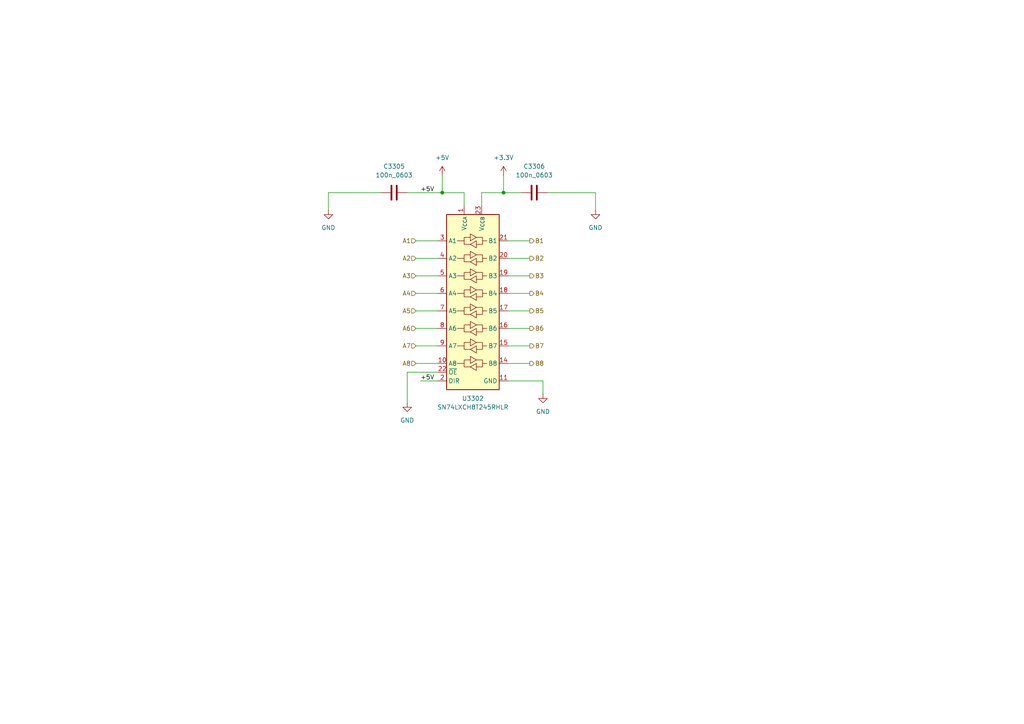
<source format=kicad_sch>
(kicad_sch (version 20250114) (generator "eeschema") (generator_version "9.0")
  (paper "A4")
  (lib_symbols
    (symbol "MYLIB_Misc:SN74LXCH8T245RHLR"
      (property "Reference" "U" (at 0 -29.972 0))
      (property "Value" "SN74LXCH8T245RHLR" (at 0 -27.686 0))
      (symbol "SN74LXCH8T245RHLR_0_1"
        (rectangle (start -7.62 25.4) (end 7.62 -25.4) (stroke (width 0.254)) (fill (type background)))
        (polyline (pts (xy -2.54 17.78) (xy -2.54 18.796) (xy -0.762 18.796)))
        (polyline (pts (xy -2.54 7.62) (xy -2.54 8.636) (xy -0.762 8.636)))
        (polyline (pts (xy -2.54 -2.54) (xy -2.54 -1.524) (xy -0.762 -1.524)))
        (polyline (pts (xy -2.54 -12.7) (xy -2.54 -11.684) (xy -0.762 -11.684)))
        (polyline (pts (xy -0.762 17.78) (xy -0.762 19.812) (xy 1.016 18.796) (xy -0.762 17.78)))
        (polyline (pts (xy -0.762 16.764) (xy -2.54 16.764) (xy -2.54 17.78) (xy -4.572 17.78)))
        (polyline (pts (xy -0.762 7.62) (xy -0.762 9.652) (xy 1.016 8.636) (xy -0.762 7.62)))
        (polyline (pts (xy -0.762 6.604) (xy -2.54 6.604) (xy -2.54 7.62) (xy -4.572 7.62)))
        (polyline (pts (xy -0.762 -2.54) (xy -0.762 -0.508) (xy 1.016 -1.524) (xy -0.762 -2.54)))
        (polyline (pts (xy -0.762 -3.556) (xy -2.54 -3.556) (xy -2.54 -2.54) (xy -4.572 -2.54)))
        (polyline (pts (xy -0.762 -12.7) (xy -0.762 -10.668) (xy 1.016 -11.684) (xy -0.762 -12.7)))
        (polyline (pts (xy -0.762 -13.716) (xy -2.54 -13.716) (xy -2.54 -12.7) (xy -4.572 -12.7)))
        (polyline (pts (xy 1.016 18.796) (xy 2.794 18.796) (xy 2.794 17.78) (xy 4.064 17.78)))
        (polyline (pts (xy 1.016 17.78) (xy 1.016 16.002) (xy 1.016 15.748) (xy -0.762 16.764) (xy 1.016 17.78)))
        (polyline (pts (xy 1.016 8.636) (xy 2.794 8.636) (xy 2.794 7.62) (xy 4.064 7.62)))
        (polyline (pts (xy 1.016 7.62) (xy 1.016 5.842) (xy 1.016 5.588) (xy -0.762 6.604) (xy 1.016 7.62)))
        (polyline (pts (xy 1.016 2.54) (xy 1.016 0.762) (xy 1.016 0.508) (xy -0.762 1.524) (xy 1.016 2.54)))
        (polyline (pts (xy 1.016 -1.524) (xy 2.794 -1.524) (xy 2.794 -2.54) (xy 4.064 -2.54)))
        (polyline (pts (xy 1.016 -2.54) (xy 1.016 -4.318) (xy 1.016 -4.572) (xy -0.762 -3.556) (xy 1.016 -2.54)))
        (polyline (pts (xy 1.016 -11.684) (xy 2.794 -11.684) (xy 2.794 -12.7) (xy 4.064 -12.7)))
        (polyline (pts (xy 1.016 -12.7) (xy 1.016 -14.478) (xy 1.016 -14.732) (xy -0.762 -13.716) (xy 1.016 -12.7)))
        (polyline (pts (xy 1.016 -17.78) (xy 1.016 -19.558) (xy 1.016 -19.812) (xy -0.762 -18.796) (xy 1.016 -17.78)))
        (polyline (pts (xy 2.794 17.78) (xy 2.794 16.764) (xy 1.016 16.764)))
        (polyline (pts (xy 2.794 7.62) (xy 2.794 6.604) (xy 1.016 6.604)))
        (polyline (pts (xy 2.794 -2.54) (xy 2.794 -3.556) (xy 1.016 -3.556)))
        (polyline (pts (xy 2.794 -12.7) (xy 2.794 -13.716) (xy 1.016 -13.716)))
      )
      (symbol "SN74LXCH8T245RHLR_1_1"
        (polyline (pts (xy -2.54 12.7) (xy -2.54 13.716) (xy -0.762 13.716)))
        (polyline (pts (xy -2.54 2.54) (xy -2.54 3.556) (xy -0.762 3.556)))
        (polyline (pts (xy -2.54 -7.62) (xy -2.54 -6.604) (xy -0.762 -6.604)))
        (polyline (pts (xy -2.54 -17.78) (xy -2.54 -16.764) (xy -0.762 -16.764)))
        (polyline (pts (xy -0.762 12.7) (xy -0.762 14.732) (xy 1.016 13.716) (xy -0.762 12.7)))
        (polyline (pts (xy -0.762 11.684) (xy -2.54 11.684) (xy -2.54 12.7) (xy -4.572 12.7)))
        (polyline (pts (xy -0.762 2.54) (xy -0.762 4.572) (xy 1.016 3.556) (xy -0.762 2.54)))
        (polyline (pts (xy -0.762 1.524) (xy -2.54 1.524) (xy -2.54 2.54) (xy -4.572 2.54)))
        (polyline (pts (xy -0.762 -7.62) (xy -0.762 -5.588) (xy 1.016 -6.604) (xy -0.762 -7.62)))
        (polyline (pts (xy -0.762 -8.636) (xy -2.54 -8.636) (xy -2.54 -7.62) (xy -4.572 -7.62)))
        (polyline (pts (xy -0.762 -17.78) (xy -0.762 -15.748) (xy 1.016 -16.764) (xy -0.762 -17.78)))
        (polyline (pts (xy -0.762 -18.796) (xy -2.54 -18.796) (xy -2.54 -17.78) (xy -4.572 -17.78)))
        (polyline (pts (xy 1.016 13.716) (xy 2.794 13.716) (xy 2.794 12.7) (xy 4.064 12.7)))
        (polyline (pts (xy 1.016 12.7) (xy 1.016 10.922) (xy 1.016 10.668) (xy -0.762 11.684) (xy 1.016 12.7)))
        (polyline (pts (xy 1.016 3.556) (xy 2.794 3.556) (xy 2.794 2.54) (xy 4.064 2.54)))
        (polyline (pts (xy 1.016 -6.604) (xy 2.794 -6.604) (xy 2.794 -7.62) (xy 4.064 -7.62)))
        (polyline (pts (xy 1.016 -7.62) (xy 1.016 -9.398) (xy 1.016 -9.652) (xy -0.762 -8.636) (xy 1.016 -7.62)))
        (polyline (pts (xy 1.016 -16.764) (xy 2.794 -16.764) (xy 2.794 -17.78) (xy 4.064 -17.78)))
        (polyline (pts (xy 2.794 12.7) (xy 2.794 11.684) (xy 1.016 11.684)))
        (polyline (pts (xy 2.794 2.54) (xy 2.794 1.524) (xy 1.016 1.524)))
        (polyline (pts (xy 2.794 -7.62) (xy 2.794 -8.636) (xy 1.016 -8.636)))
        (polyline (pts (xy 2.794 -17.78) (xy 2.794 -18.796) (xy 1.016 -18.796)))
        (pin bidirectional line (at -10.16 17.78 0) (length 2.54) (name "A1") (number "3"))
        (pin bidirectional line (at -10.16 12.7 0) (length 2.54) (name "A2") (number "4"))
        (pin bidirectional line (at -10.16 7.62 0) (length 2.54) (name "A3") (number "5"))
        (pin bidirectional line (at -10.16 2.54 0) (length 2.54) (name "A4") (number "6"))
        (pin bidirectional line (at -10.16 -2.54 0) (length 2.54) (name "A5") (number "7"))
        (pin bidirectional line (at -10.16 -7.62 0) (length 2.54) (name "A6") (number "8"))
        (pin bidirectional line (at -10.16 -12.7 0) (length 2.54) (name "A7") (number "9"))
        (pin bidirectional line (at -10.16 -17.78 0) (length 2.54) (name "A8") (number "10"))
        (pin input line (at -10.16 -20.32 0) (length 2.54) (name "~{OE}") (number "22"))
        (pin input line (at -10.16 -22.86 0) (length 2.54) (name "DIR") (number "2"))
        (pin power_in line (at -2.54 27.94 270) (length 2.54) (name "V_{CCA}") (number "1"))
        (pin power_in line (at 2.54 27.94 270) (length 2.54) (name "V_{CCB}") (number "23"))
        (pin passive line (at 2.54 27.94 270) (length 2.54) (hide yes) (name "V_{CCB}") (number "24"))
        (pin bidirectional line (at 10.16 17.78 180) (length 2.54) (name "B1") (number "21"))
        (pin bidirectional line (at 10.16 12.7 180) (length 2.54) (name "B2") (number "20"))
        (pin bidirectional line (at 10.16 7.62 180) (length 2.54) (name "B3") (number "19"))
        (pin bidirectional line (at 10.16 2.54 180) (length 2.54) (name "B4") (number "18"))
        (pin bidirectional line (at 10.16 -2.54 180) (length 2.54) (name "B5") (number "17"))
        (pin bidirectional line (at 10.16 -7.62 180) (length 2.54) (name "B6") (number "16"))
        (pin bidirectional line (at 10.16 -12.7 180) (length 2.54) (name "B7") (number "15"))
        (pin bidirectional line (at 10.16 -17.78 180) (length 2.54) (name "B8") (number "14"))
        (pin power_in line (at 10.16 -22.86 180) (length 2.54) (name "GND") (number "11"))
        (pin passive line (at 10.16 -22.86 180) (length 2.54) (hide yes) (name "GND") (number "12"))
        (pin passive line (at 10.16 -22.86 180) (length 2.54) (hide yes) (name "GND") (number "13"))
      )
    )
    (symbol "WLIB_C:100n_0603" (pin_numbers (hide yes)) (pin_names (offset 0.254))
      (property "Reference" "C" (at 0.635 2.54 0))
      (property "Value" "100n_0603" (at 0.635 -2.54 0))
      (symbol "100n_0603_0_1"
        (polyline (pts (xy -2.032 0.762) (xy 2.032 0.762)) (stroke (width 0.508)))
        (polyline (pts (xy -2.032 -0.762) (xy 2.032 -0.762)) (stroke (width 0.508)))
      )
      (symbol "100n_0603_1_1"
        (pin passive line (at 0 3.81 270) (length 2.794) (name "~") (number "1"))
        (pin passive line (at 0 -3.81 90) (length 2.794) (name "~") (number "2"))
      )
    )
    (symbol "power:+3.3V" (power) (pin_numbers (hide yes)) (pin_names (offset 0) (hide yes))
      (property "Value" "+3.3V" (at 0 3.556 0))
      (symbol "+3.3V_0_1"
        (polyline (pts (xy -0.762 1.27) (xy 0 2.54)))
        (polyline (pts (xy 0 2.54) (xy 0.762 1.27)))
        (polyline (pts (xy 0 0) (xy 0 2.54)))
      )
      (symbol "+3.3V_1_1"
        (pin power_in line (at 0 0 90) (length 0) (name "~") (number "1"))
      )
    )
    (symbol "power:+5V" (power) (pin_numbers (hide yes)) (pin_names (offset 0) (hide yes))
      (property "Value" "+5V" (at 0 3.556 0))
      (symbol "+5V_0_1"
        (polyline (pts (xy -0.762 1.27) (xy 0 2.54)))
        (polyline (pts (xy 0 2.54) (xy 0.762 1.27)))
        (polyline (pts (xy 0 0) (xy 0 2.54)))
      )
      (symbol "+5V_1_1"
        (pin power_in line (at 0 0 90) (length 0) (name "~") (number "1"))
      )
    )
    (symbol "power:GND" (power) (pin_numbers (hide yes)) (pin_names (offset 0) (hide yes))
      (property "Value" "GND" (at 0 -3.81 0))
      (symbol "GND_0_1"
        (polyline (pts (xy 0 0) (xy 0 -1.27) (xy 1.27 -1.27) (xy 0 -2.54) (xy -1.27 -1.27) (xy 0 -1.27)))
      )
      (symbol "GND_1_1"
        (pin power_in line (at 0 0 270) (length 0) (name "~") (number "1"))
      )
    )
  )
  (junction (at 128.27 55.88))
  (junction (at 146.05 55.88))
  (wire (pts (xy 110.49 55.88) (xy 95.25 55.88)))
  (wire (pts (xy 128.27 55.88) (xy 118.11 55.88)))
  (wire (pts (xy 172.72 60.96) (xy 172.72 55.88)))
  (wire (pts (xy 147.32 95.25) (xy 153.67 95.25)))
  (wire (pts (xy 118.11 107.95) (xy 118.11 116.84)))
  (wire (pts (xy 139.7 59.69) (xy 139.7 55.88)))
  (wire (pts (xy 147.32 100.33) (xy 153.67 100.33)))
  (wire (pts (xy 120.65 74.93) (xy 127 74.93)))
  (wire (pts (xy 120.65 69.85) (xy 127 69.85)))
  (wire (pts (xy 121.92 110.49) (xy 127 110.49)))
  (wire (pts (xy 147.32 105.41) (xy 153.67 105.41)))
  (wire (pts (xy 139.7 55.88) (xy 146.05 55.88)))
  (wire (pts (xy 120.65 105.41) (xy 127 105.41)))
  (wire (pts (xy 146.05 50.8) (xy 146.05 55.88)))
  (wire (pts (xy 147.32 85.09) (xy 153.67 85.09)))
  (wire (pts (xy 127 107.95) (xy 118.11 107.95)))
  (wire (pts (xy 147.32 90.17) (xy 153.67 90.17)))
  (wire (pts (xy 134.62 55.88) (xy 128.27 55.88)))
  (wire (pts (xy 95.25 55.88) (xy 95.25 60.96)))
  (wire (pts (xy 172.72 55.88) (xy 158.75 55.88)))
  (wire (pts (xy 147.32 69.85) (xy 153.67 69.85)))
  (wire (pts (xy 157.48 114.3) (xy 157.48 110.49)))
  (wire (pts (xy 128.27 50.8) (xy 128.27 55.88)))
  (wire (pts (xy 147.32 80.01) (xy 153.67 80.01)))
  (wire (pts (xy 120.65 90.17) (xy 127 90.17)))
  (wire (pts (xy 120.65 80.01) (xy 127 80.01)))
  (wire (pts (xy 120.65 100.33) (xy 127 100.33)))
  (wire (pts (xy 146.05 55.88) (xy 151.13 55.88)))
  (wire (pts (xy 147.32 74.93) (xy 153.67 74.93)))
  (wire (pts (xy 147.32 110.49) (xy 157.48 110.49)))
  (wire (pts (xy 120.65 85.09) (xy 127 85.09)))
  (wire (pts (xy 134.62 55.88) (xy 134.62 59.69)))
  (wire (pts (xy 120.65 95.25) (xy 127 95.25)))
  (label "+5V" (at 121.92 110.49 0))
  (label "+5V" (at 121.92 55.88 0))
  (hierarchical_label "A1" (shape input) (at 120.65 69.85 180))
  (hierarchical_label "B1" (shape output) (at 153.67 69.85 0))
  (hierarchical_label "A3" (shape input) (at 120.65 80.01 180))
  (hierarchical_label "A2" (shape input) (at 120.65 74.93 180))
  (hierarchical_label "B6" (shape output) (at 153.67 95.25 0))
  (hierarchical_label "A4" (shape input) (at 120.65 85.09 180))
  (hierarchical_label "B4" (shape output) (at 153.67 85.09 0))
  (hierarchical_label "B3" (shape output) (at 153.67 80.01 0))
  (hierarchical_label "B7" (shape output) (at 153.67 100.33 0))
  (hierarchical_label "B2" (shape output) (at 153.67 74.93 0))
  (hierarchical_label "A6" (shape input) (at 120.65 95.25 180))
  (hierarchical_label "B8" (shape output) (at 153.67 105.41 0))
  (hierarchical_label "A5" (shape input) (at 120.65 90.17 180))
  (hierarchical_label "B5" (shape output) (at 153.67 90.17 0))
  (hierarchical_label "A7" (shape input) (at 120.65 100.33 180))
  (hierarchical_label "A8" (shape input) (at 120.65 105.41 180))
  (symbol (lib_id "power:GND") (at 118.11 116.84 0) (unit 1)
    (property "Reference" "#PWR03308" (effects (hide yes)))
    (property "Value" "GND" (at 118.11 121.92 0))
    (property "Description" "Power symbol creates a global label with name \"GND\" , ground" (effects (hide yes)))
    (instances (project "FPGA_Board_BA" (path "" (reference "#PWR03314") (unit 1)) (path "" (reference "#PWR03214") (unit 1)) (path "" (reference "#PWR03408") (unit 1)) (path "" (reference "#PWR03402") (unit 1)) (path "" (reference "#PWR03308") (unit 1)) (path "" (reference "#PWR03306") (unit 1))))
  )
  (symbol (lib_id "MYLIB_Misc:SN74LXCH8T245RHLR") (at 137.16 87.63 0) (unit 1)
    (property "Reference" "U3301" (at 137.16 115.57 0))
    (property "Value" "SN74LXCH8T245RHLR" (at 137.16 118.11 0))
    (property "Footprint" "MYLIB_Misc:SN74LXCH8T245" (effects (hide yes)))
    (property "Datasheet" "https://www.ti.com/lit/ds/symlink/sn74lxch8t245.pdf?ts=1763371772541&ref_url=https%253A%252F%252Fwww.ti.com%252Fproduct%252FSN74LXCH8T245%252Fpart-details%252FSN74LXCH8T245PWR%253Futm_source%253Dgoogle%2526utm_medium%253Dcpc%2526utm_campaign%253Dasc-null-null-asc_opn_en-cpc-storeic-google-eu_en_pur%2526utm_content%253DDevice%2526ds_k%253DSN74LXCH8T245PWR%2526DCM%253Dyes%2526gclsrc%253Daw.ds%2526gad_source%253D1%2526gad_campaignid%253D11662144970%2526gbraid%253D0AAAAAC068F39eJFhDO7IAjRN0B7HR1F_u%2526gclid%253DCj0KCQiArOvIBhDLARIsAPwJXOYrNobBoFNvEGFStXBaA-GNl_2J8-tjiZakLfPkxHBPueWciDcO--IaAq1yEALw_wcB" (effects (hide yes)))
    (property "Description" "8-bit, dual-supply noninverting bidirectional level shifter, DIR = high: A -> B, OE = high: everything in high Z" (effects (hide yes)))
    (instances (project "FPGA_Board_BA" (path "" (reference "U3302") (unit 1)) (path "" (reference "U3204") (unit 1)) (path "" (reference "U3402") (unit 1)) (path "" (reference "U3401") (unit 1)) (path "" (reference "U3301") (unit 1)) (path "" (reference "U1602") (unit 1))))
  )
  (symbol (lib_id "power:+5V") (at 128.27 50.8 0) (unit 1)
    (property "Reference" "#PWR03309" (effects (hide yes)))
    (property "Value" "+5V" (at 128.27 45.72 0))
    (property "Description" "Power symbol creates a global label with name \"+5V\"" (effects (hide yes)))
    (instances (project "FPGA_Board_BA" (path "" (reference "#PWR03315") (unit 1)) (path "" (reference "#PWR03215") (unit 1)) (path "" (reference "#PWR03409") (unit 1)) (path "" (reference "#PWR03403") (unit 1)) (path "" (reference "#PWR03309") (unit 1)) (path "" (reference "#PWR03301") (unit 1))))
  )
  (symbol (lib_id "WLIB_C:100n_0603") (at 154.94 55.88 90) (unit 1)
    (property "Reference" "C3304" (at 154.94 48.26 90))
    (property "Value" "100n_0603" (at 154.94 50.8 90))
    (property "Footprint" "WLIB_Capacitor:C_0603" (effects (hide yes)))
    (property "Datasheet" "https://www.farnell.com/datasheets/2860632.pdf" (effects (hide yes)))
    (property "Description" "Unpolarized capacitor SMD MLCC" (effects (hide yes)))
    (property "FARNELL" "1759037" (effects (hide yes)))
    (property "VDC" "25V" (effects (hide yes)))
    (property "JLCPCB" "C2762593" (effects (hide yes)))
    (instances (project "FPGA_Board_BA" (path "" (reference "C3306") (unit 1)) (path "" (reference "C3214") (unit 1)) (path "" (reference "C3404") (unit 1)) (path "" (reference "C3402") (unit 1)) (path "" (reference "C3304") (unit 1)) (path "" (reference "C3302") (unit 1))))
  )
  (symbol (lib_id "power:GND") (at 172.72 60.96 0) (unit 1)
    (property "Reference" "#PWR03312" (effects (hide yes)))
    (property "Value" "GND" (at 172.72 66.04 0))
    (property "Description" "Power symbol creates a global label with name \"GND\" , ground" (effects (hide yes)))
    (instances (project "FPGA_Board_BA" (path "" (reference "#PWR03318") (unit 1)) (path "" (reference "#PWR03218") (unit 1)) (path "" (reference "#PWR03412") (unit 1)) (path "" (reference "#PWR03406") (unit 1)) (path "" (reference "#PWR03312") (unit 1)) (path "" (reference "#PWR03304") (unit 1))))
  )
  (symbol (lib_id "power:GND") (at 157.48 114.3 0) (unit 1)
    (property "Reference" "#PWR03311" (effects (hide yes)))
    (property "Value" "GND" (at 157.48 119.38 0))
    (property "Description" "Power symbol creates a global label with name \"GND\" , ground" (effects (hide yes)))
    (instances (project "FPGA_Board_BA" (path "" (reference "#PWR03317") (unit 1)) (path "" (reference "#PWR03217") (unit 1)) (path "" (reference "#PWR03411") (unit 1)) (path "" (reference "#PWR03405") (unit 1)) (path "" (reference "#PWR03311") (unit 1)) (path "" (reference "#PWR03305") (unit 1))))
  )
  (symbol (lib_id "WLIB_C:100n_0603") (at 114.3 55.88 90) (unit 1)
    (property "Reference" "C3303" (at 114.3 48.26 90))
    (property "Value" "100n_0603" (at 114.3 50.8 90))
    (property "Footprint" "WLIB_Capacitor:C_0603" (effects (hide yes)))
    (property "Datasheet" "https://www.farnell.com/datasheets/2860632.pdf" (effects (hide yes)))
    (property "Description" "Unpolarized capacitor SMD MLCC" (effects (hide yes)))
    (property "FARNELL" "1759037" (effects (hide yes)))
    (property "VDC" "25V" (effects (hide yes)))
    (property "JLCPCB" "C2762593" (effects (hide yes)))
    (instances (project "FPGA_Board_BA" (path "" (reference "C3305") (unit 1)) (path "" (reference "C3213") (unit 1)) (path "" (reference "C3403") (unit 1)) (path "" (reference "C3401") (unit 1)) (path "" (reference "C3303") (unit 1)) (path "" (reference "C3301") (unit 1))))
  )
  (symbol (lib_id "power:GND") (at 95.25 60.96 0) (unit 1)
    (property "Reference" "#PWR03307" (effects (hide yes)))
    (property "Value" "GND" (at 95.25 66.04 0))
    (property "Description" "Power symbol creates a global label with name \"GND\" , ground" (effects (hide yes)))
    (instances (project "FPGA_Board_BA" (path "" (reference "#PWR03313") (unit 1)) (path "" (reference "#PWR03213") (unit 1)) (path "" (reference "#PWR03407") (unit 1)) (path "" (reference "#PWR03401") (unit 1)) (path "" (reference "#PWR03307") (unit 1)) (path "" (reference "#PWR0101") (unit 1))))
  )
  (symbol (lib_id "power:+3.3V") (at 146.05 50.8 0) (unit 1)
    (property "Reference" "#PWR03310" (effects (hide yes)))
    (property "Value" "+3.3V" (at 146.05 45.72 0))
    (property "Description" "Power symbol creates a global label with name \"+3.3V\"" (effects (hide yes)))
    (instances (project "FPGA_Board_BA" (path "" (reference "#PWR03316") (unit 1)) (path "" (reference "#PWR03216") (unit 1)) (path "" (reference "#PWR03410") (unit 1)) (path "" (reference "#PWR03404") (unit 1)) (path "" (reference "#PWR03310") (unit 1)) (path "" (reference "#PWR03302") (unit 1))))
  )
)
</source>
